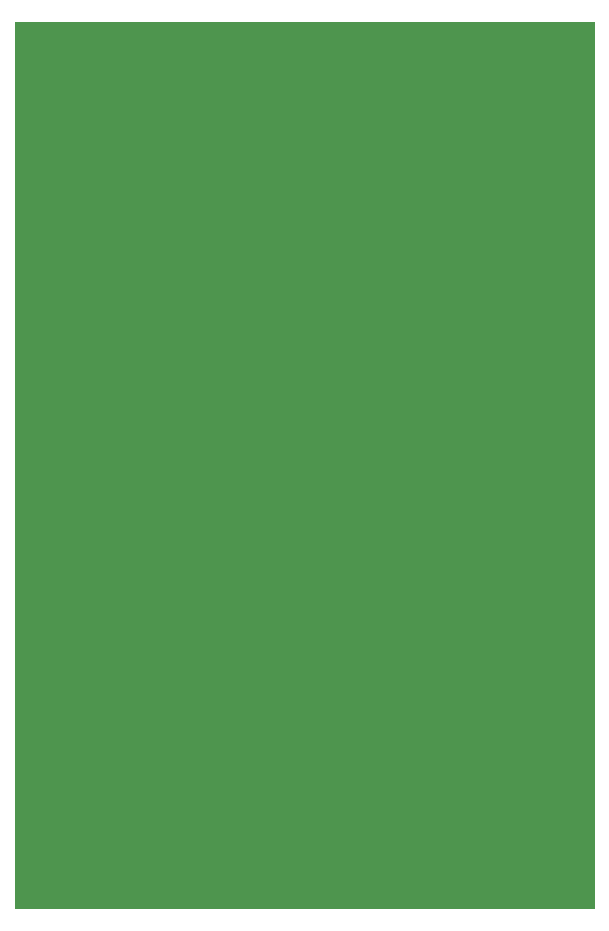
<source format=gbr>
%TF.GenerationSoftware,KiCad,Pcbnew,9.0.4*%
%TF.CreationDate,2025-10-07T20:55:13+07:00*%
%TF.ProjectId,duodrive,64756f64-7269-4766-952e-6b696361645f,rev?*%
%TF.SameCoordinates,Original*%
%TF.FileFunction,Other,ECO1*%
%FSLAX46Y46*%
G04 Gerber Fmt 4.6, Leading zero omitted, Abs format (unit mm)*
G04 Created by KiCad (PCBNEW 9.0.4) date 2025-10-07 20:55:13*
%MOMM*%
%LPD*%
G01*
G04 APERTURE LIST*
%ADD10C,0.100000*%
G04 APERTURE END LIST*
D10*
X90000000Y-50000000D02*
X139000000Y-50000000D01*
X139000000Y-125000000D01*
X90000000Y-125000000D01*
X90000000Y-50000000D01*
G36*
X90000000Y-50000000D02*
G01*
X139000000Y-50000000D01*
X139000000Y-125000000D01*
X90000000Y-125000000D01*
X90000000Y-50000000D01*
G37*
M02*

</source>
